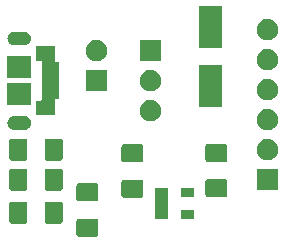
<source format=gbr>
G04 #@! TF.GenerationSoftware,KiCad,Pcbnew,5.1.6-c6e7f7d~86~ubuntu18.04.1*
G04 #@! TF.CreationDate,2020-05-25T21:41:21-07:00*
G04 #@! TF.ProjectId,usb_power,7573625f-706f-4776-9572-2e6b69636164,rev?*
G04 #@! TF.SameCoordinates,Original*
G04 #@! TF.FileFunction,Soldermask,Top*
G04 #@! TF.FilePolarity,Negative*
%FSLAX46Y46*%
G04 Gerber Fmt 4.6, Leading zero omitted, Abs format (unit mm)*
G04 Created by KiCad (PCBNEW 5.1.6-c6e7f7d~86~ubuntu18.04.1) date 2020-05-25 21:41:21*
%MOMM*%
%LPD*%
G01*
G04 APERTURE LIST*
%ADD10C,0.100000*%
G04 APERTURE END LIST*
D10*
G36*
X158509562Y-106936681D02*
G01*
X158544481Y-106947274D01*
X158576663Y-106964476D01*
X158604873Y-106987627D01*
X158628024Y-107015837D01*
X158645226Y-107048019D01*
X158655819Y-107082938D01*
X158660000Y-107125395D01*
X158660000Y-108266605D01*
X158655819Y-108309062D01*
X158645226Y-108343981D01*
X158628024Y-108376163D01*
X158604873Y-108404373D01*
X158576663Y-108427524D01*
X158544481Y-108444726D01*
X158509562Y-108455319D01*
X158467105Y-108459500D01*
X157000895Y-108459500D01*
X156958438Y-108455319D01*
X156923519Y-108444726D01*
X156891337Y-108427524D01*
X156863127Y-108404373D01*
X156839976Y-108376163D01*
X156822774Y-108343981D01*
X156812181Y-108309062D01*
X156808000Y-108266605D01*
X156808000Y-107125395D01*
X156812181Y-107082938D01*
X156822774Y-107048019D01*
X156839976Y-107015837D01*
X156863127Y-106987627D01*
X156891337Y-106964476D01*
X156923519Y-106947274D01*
X156958438Y-106936681D01*
X157000895Y-106932500D01*
X158467105Y-106932500D01*
X158509562Y-106936681D01*
G37*
G36*
X155480062Y-105504181D02*
G01*
X155514981Y-105514774D01*
X155547163Y-105531976D01*
X155575373Y-105555127D01*
X155598524Y-105583337D01*
X155615726Y-105615519D01*
X155626319Y-105650438D01*
X155630500Y-105692895D01*
X155630500Y-107159105D01*
X155626319Y-107201562D01*
X155615726Y-107236481D01*
X155598524Y-107268663D01*
X155575373Y-107296873D01*
X155547163Y-107320024D01*
X155514981Y-107337226D01*
X155480062Y-107347819D01*
X155437605Y-107352000D01*
X154296395Y-107352000D01*
X154253938Y-107347819D01*
X154219019Y-107337226D01*
X154186837Y-107320024D01*
X154158627Y-107296873D01*
X154135476Y-107268663D01*
X154118274Y-107236481D01*
X154107681Y-107201562D01*
X154103500Y-107159105D01*
X154103500Y-105692895D01*
X154107681Y-105650438D01*
X154118274Y-105615519D01*
X154135476Y-105583337D01*
X154158627Y-105555127D01*
X154186837Y-105531976D01*
X154219019Y-105514774D01*
X154253938Y-105504181D01*
X154296395Y-105500000D01*
X155437605Y-105500000D01*
X155480062Y-105504181D01*
G37*
G36*
X152505062Y-105504181D02*
G01*
X152539981Y-105514774D01*
X152572163Y-105531976D01*
X152600373Y-105555127D01*
X152623524Y-105583337D01*
X152640726Y-105615519D01*
X152651319Y-105650438D01*
X152655500Y-105692895D01*
X152655500Y-107159105D01*
X152651319Y-107201562D01*
X152640726Y-107236481D01*
X152623524Y-107268663D01*
X152600373Y-107296873D01*
X152572163Y-107320024D01*
X152539981Y-107337226D01*
X152505062Y-107347819D01*
X152462605Y-107352000D01*
X151321395Y-107352000D01*
X151278938Y-107347819D01*
X151244019Y-107337226D01*
X151211837Y-107320024D01*
X151183627Y-107296873D01*
X151160476Y-107268663D01*
X151143274Y-107236481D01*
X151132681Y-107201562D01*
X151128500Y-107159105D01*
X151128500Y-105692895D01*
X151132681Y-105650438D01*
X151143274Y-105615519D01*
X151160476Y-105583337D01*
X151183627Y-105555127D01*
X151211837Y-105531976D01*
X151244019Y-105514774D01*
X151278938Y-105504181D01*
X151321395Y-105500000D01*
X152462605Y-105500000D01*
X152505062Y-105504181D01*
G37*
G36*
X164581000Y-106990000D02*
G01*
X163419000Y-106990000D01*
X163419000Y-104338000D01*
X164581000Y-104338000D01*
X164581000Y-106990000D01*
G37*
G36*
X166781000Y-106990000D02*
G01*
X165619000Y-106990000D01*
X165619000Y-106238000D01*
X166781000Y-106238000D01*
X166781000Y-106990000D01*
G37*
G36*
X158509562Y-103961681D02*
G01*
X158544481Y-103972274D01*
X158576663Y-103989476D01*
X158604873Y-104012627D01*
X158628024Y-104040837D01*
X158645226Y-104073019D01*
X158655819Y-104107938D01*
X158660000Y-104150395D01*
X158660000Y-105291605D01*
X158655819Y-105334062D01*
X158645226Y-105368981D01*
X158628024Y-105401163D01*
X158604873Y-105429373D01*
X158576663Y-105452524D01*
X158544481Y-105469726D01*
X158509562Y-105480319D01*
X158467105Y-105484500D01*
X157000895Y-105484500D01*
X156958438Y-105480319D01*
X156923519Y-105469726D01*
X156891337Y-105452524D01*
X156863127Y-105429373D01*
X156839976Y-105401163D01*
X156822774Y-105368981D01*
X156812181Y-105334062D01*
X156808000Y-105291605D01*
X156808000Y-104150395D01*
X156812181Y-104107938D01*
X156822774Y-104073019D01*
X156839976Y-104040837D01*
X156863127Y-104012627D01*
X156891337Y-103989476D01*
X156923519Y-103972274D01*
X156958438Y-103961681D01*
X157000895Y-103957500D01*
X158467105Y-103957500D01*
X158509562Y-103961681D01*
G37*
G36*
X162319562Y-103634681D02*
G01*
X162354481Y-103645274D01*
X162386663Y-103662476D01*
X162414873Y-103685627D01*
X162438024Y-103713837D01*
X162455226Y-103746019D01*
X162465819Y-103780938D01*
X162470000Y-103823395D01*
X162470000Y-104964605D01*
X162465819Y-105007062D01*
X162455226Y-105041981D01*
X162438024Y-105074163D01*
X162414873Y-105102373D01*
X162386663Y-105125524D01*
X162354481Y-105142726D01*
X162319562Y-105153319D01*
X162277105Y-105157500D01*
X160810895Y-105157500D01*
X160768438Y-105153319D01*
X160733519Y-105142726D01*
X160701337Y-105125524D01*
X160673127Y-105102373D01*
X160649976Y-105074163D01*
X160632774Y-105041981D01*
X160622181Y-105007062D01*
X160618000Y-104964605D01*
X160618000Y-103823395D01*
X160622181Y-103780938D01*
X160632774Y-103746019D01*
X160649976Y-103713837D01*
X160673127Y-103685627D01*
X160701337Y-103662476D01*
X160733519Y-103645274D01*
X160768438Y-103634681D01*
X160810895Y-103630500D01*
X162277105Y-103630500D01*
X162319562Y-103634681D01*
G37*
G36*
X169431562Y-103598181D02*
G01*
X169466481Y-103608774D01*
X169498663Y-103625976D01*
X169526873Y-103649127D01*
X169550024Y-103677337D01*
X169567226Y-103709519D01*
X169577819Y-103744438D01*
X169582000Y-103786895D01*
X169582000Y-104928105D01*
X169577819Y-104970562D01*
X169567226Y-105005481D01*
X169550024Y-105037663D01*
X169526873Y-105065873D01*
X169498663Y-105089024D01*
X169466481Y-105106226D01*
X169431562Y-105116819D01*
X169389105Y-105121000D01*
X167922895Y-105121000D01*
X167880438Y-105116819D01*
X167845519Y-105106226D01*
X167813337Y-105089024D01*
X167785127Y-105065873D01*
X167761976Y-105037663D01*
X167744774Y-105005481D01*
X167734181Y-104970562D01*
X167730000Y-104928105D01*
X167730000Y-103786895D01*
X167734181Y-103744438D01*
X167744774Y-103709519D01*
X167761976Y-103677337D01*
X167785127Y-103649127D01*
X167813337Y-103625976D01*
X167845519Y-103608774D01*
X167880438Y-103598181D01*
X167922895Y-103594000D01*
X169389105Y-103594000D01*
X169431562Y-103598181D01*
G37*
G36*
X166781000Y-105090000D02*
G01*
X165619000Y-105090000D01*
X165619000Y-104338000D01*
X166781000Y-104338000D01*
X166781000Y-105090000D01*
G37*
G36*
X155480062Y-102710181D02*
G01*
X155514981Y-102720774D01*
X155547163Y-102737976D01*
X155575373Y-102761127D01*
X155598524Y-102789337D01*
X155615726Y-102821519D01*
X155626319Y-102856438D01*
X155630500Y-102898895D01*
X155630500Y-104365105D01*
X155626319Y-104407562D01*
X155615726Y-104442481D01*
X155598524Y-104474663D01*
X155575373Y-104502873D01*
X155547163Y-104526024D01*
X155514981Y-104543226D01*
X155480062Y-104553819D01*
X155437605Y-104558000D01*
X154296395Y-104558000D01*
X154253938Y-104553819D01*
X154219019Y-104543226D01*
X154186837Y-104526024D01*
X154158627Y-104502873D01*
X154135476Y-104474663D01*
X154118274Y-104442481D01*
X154107681Y-104407562D01*
X154103500Y-104365105D01*
X154103500Y-102898895D01*
X154107681Y-102856438D01*
X154118274Y-102821519D01*
X154135476Y-102789337D01*
X154158627Y-102761127D01*
X154186837Y-102737976D01*
X154219019Y-102720774D01*
X154253938Y-102710181D01*
X154296395Y-102706000D01*
X155437605Y-102706000D01*
X155480062Y-102710181D01*
G37*
G36*
X152505062Y-102710181D02*
G01*
X152539981Y-102720774D01*
X152572163Y-102737976D01*
X152600373Y-102761127D01*
X152623524Y-102789337D01*
X152640726Y-102821519D01*
X152651319Y-102856438D01*
X152655500Y-102898895D01*
X152655500Y-104365105D01*
X152651319Y-104407562D01*
X152640726Y-104442481D01*
X152623524Y-104474663D01*
X152600373Y-104502873D01*
X152572163Y-104526024D01*
X152539981Y-104543226D01*
X152505062Y-104553819D01*
X152462605Y-104558000D01*
X151321395Y-104558000D01*
X151278938Y-104553819D01*
X151244019Y-104543226D01*
X151211837Y-104526024D01*
X151183627Y-104502873D01*
X151160476Y-104474663D01*
X151143274Y-104442481D01*
X151132681Y-104407562D01*
X151128500Y-104365105D01*
X151128500Y-102898895D01*
X151132681Y-102856438D01*
X151143274Y-102821519D01*
X151160476Y-102789337D01*
X151183627Y-102761127D01*
X151211837Y-102737976D01*
X151244019Y-102720774D01*
X151278938Y-102710181D01*
X151321395Y-102706000D01*
X152462605Y-102706000D01*
X152505062Y-102710181D01*
G37*
G36*
X173875000Y-104533000D02*
G01*
X172073000Y-104533000D01*
X172073000Y-102731000D01*
X173875000Y-102731000D01*
X173875000Y-104533000D01*
G37*
G36*
X162319562Y-100659681D02*
G01*
X162354481Y-100670274D01*
X162386663Y-100687476D01*
X162414873Y-100710627D01*
X162438024Y-100738837D01*
X162455226Y-100771019D01*
X162465819Y-100805938D01*
X162470000Y-100848395D01*
X162470000Y-101989605D01*
X162465819Y-102032062D01*
X162455226Y-102066981D01*
X162438024Y-102099163D01*
X162414873Y-102127373D01*
X162386663Y-102150524D01*
X162354481Y-102167726D01*
X162319562Y-102178319D01*
X162277105Y-102182500D01*
X160810895Y-102182500D01*
X160768438Y-102178319D01*
X160733519Y-102167726D01*
X160701337Y-102150524D01*
X160673127Y-102127373D01*
X160649976Y-102099163D01*
X160632774Y-102066981D01*
X160622181Y-102032062D01*
X160618000Y-101989605D01*
X160618000Y-100848395D01*
X160622181Y-100805938D01*
X160632774Y-100771019D01*
X160649976Y-100738837D01*
X160673127Y-100710627D01*
X160701337Y-100687476D01*
X160733519Y-100670274D01*
X160768438Y-100659681D01*
X160810895Y-100655500D01*
X162277105Y-100655500D01*
X162319562Y-100659681D01*
G37*
G36*
X169431562Y-100623181D02*
G01*
X169466481Y-100633774D01*
X169498663Y-100650976D01*
X169526873Y-100674127D01*
X169550024Y-100702337D01*
X169567226Y-100734519D01*
X169577819Y-100769438D01*
X169582000Y-100811895D01*
X169582000Y-101953105D01*
X169577819Y-101995562D01*
X169567226Y-102030481D01*
X169550024Y-102062663D01*
X169526873Y-102090873D01*
X169498663Y-102114024D01*
X169466481Y-102131226D01*
X169431562Y-102141819D01*
X169389105Y-102146000D01*
X167922895Y-102146000D01*
X167880438Y-102141819D01*
X167845519Y-102131226D01*
X167813337Y-102114024D01*
X167785127Y-102090873D01*
X167761976Y-102062663D01*
X167744774Y-102030481D01*
X167734181Y-101995562D01*
X167730000Y-101953105D01*
X167730000Y-100811895D01*
X167734181Y-100769438D01*
X167744774Y-100734519D01*
X167761976Y-100702337D01*
X167785127Y-100674127D01*
X167813337Y-100650976D01*
X167845519Y-100633774D01*
X167880438Y-100623181D01*
X167922895Y-100619000D01*
X169389105Y-100619000D01*
X169431562Y-100623181D01*
G37*
G36*
X152505062Y-100170181D02*
G01*
X152539981Y-100180774D01*
X152572163Y-100197976D01*
X152600373Y-100221127D01*
X152623524Y-100249337D01*
X152640726Y-100281519D01*
X152651319Y-100316438D01*
X152655500Y-100358895D01*
X152655500Y-101825105D01*
X152651319Y-101867562D01*
X152640726Y-101902481D01*
X152623524Y-101934663D01*
X152600373Y-101962873D01*
X152572163Y-101986024D01*
X152539981Y-102003226D01*
X152505062Y-102013819D01*
X152462605Y-102018000D01*
X151321395Y-102018000D01*
X151278938Y-102013819D01*
X151244019Y-102003226D01*
X151211837Y-101986024D01*
X151183627Y-101962873D01*
X151160476Y-101934663D01*
X151143274Y-101902481D01*
X151132681Y-101867562D01*
X151128500Y-101825105D01*
X151128500Y-100358895D01*
X151132681Y-100316438D01*
X151143274Y-100281519D01*
X151160476Y-100249337D01*
X151183627Y-100221127D01*
X151211837Y-100197976D01*
X151244019Y-100180774D01*
X151278938Y-100170181D01*
X151321395Y-100166000D01*
X152462605Y-100166000D01*
X152505062Y-100170181D01*
G37*
G36*
X155480062Y-100170181D02*
G01*
X155514981Y-100180774D01*
X155547163Y-100197976D01*
X155575373Y-100221127D01*
X155598524Y-100249337D01*
X155615726Y-100281519D01*
X155626319Y-100316438D01*
X155630500Y-100358895D01*
X155630500Y-101825105D01*
X155626319Y-101867562D01*
X155615726Y-101902481D01*
X155598524Y-101934663D01*
X155575373Y-101962873D01*
X155547163Y-101986024D01*
X155514981Y-102003226D01*
X155480062Y-102013819D01*
X155437605Y-102018000D01*
X154296395Y-102018000D01*
X154253938Y-102013819D01*
X154219019Y-102003226D01*
X154186837Y-101986024D01*
X154158627Y-101962873D01*
X154135476Y-101934663D01*
X154118274Y-101902481D01*
X154107681Y-101867562D01*
X154103500Y-101825105D01*
X154103500Y-100358895D01*
X154107681Y-100316438D01*
X154118274Y-100281519D01*
X154135476Y-100249337D01*
X154158627Y-100221127D01*
X154186837Y-100197976D01*
X154219019Y-100180774D01*
X154253938Y-100170181D01*
X154296395Y-100166000D01*
X155437605Y-100166000D01*
X155480062Y-100170181D01*
G37*
G36*
X173087512Y-100195927D02*
G01*
X173236812Y-100225624D01*
X173400784Y-100293544D01*
X173548354Y-100392147D01*
X173673853Y-100517646D01*
X173772456Y-100665216D01*
X173840376Y-100829188D01*
X173875000Y-101003259D01*
X173875000Y-101180741D01*
X173840376Y-101354812D01*
X173772456Y-101518784D01*
X173673853Y-101666354D01*
X173548354Y-101791853D01*
X173400784Y-101890456D01*
X173236812Y-101958376D01*
X173087512Y-101988073D01*
X173062742Y-101993000D01*
X172885258Y-101993000D01*
X172860488Y-101988073D01*
X172711188Y-101958376D01*
X172547216Y-101890456D01*
X172399646Y-101791853D01*
X172274147Y-101666354D01*
X172175544Y-101518784D01*
X172107624Y-101354812D01*
X172073000Y-101180741D01*
X172073000Y-101003259D01*
X172107624Y-100829188D01*
X172175544Y-100665216D01*
X172274147Y-100517646D01*
X172399646Y-100392147D01*
X172547216Y-100293544D01*
X172711188Y-100225624D01*
X172860488Y-100195927D01*
X172885258Y-100191000D01*
X173062742Y-100191000D01*
X173087512Y-100195927D01*
G37*
G36*
X173087512Y-97655927D02*
G01*
X173236812Y-97685624D01*
X173400784Y-97753544D01*
X173548354Y-97852147D01*
X173673853Y-97977646D01*
X173772456Y-98125216D01*
X173840376Y-98289188D01*
X173875000Y-98463259D01*
X173875000Y-98640741D01*
X173840376Y-98814812D01*
X173772456Y-98978784D01*
X173673853Y-99126354D01*
X173548354Y-99251853D01*
X173400784Y-99350456D01*
X173236812Y-99418376D01*
X173087512Y-99448073D01*
X173062742Y-99453000D01*
X172885258Y-99453000D01*
X172860488Y-99448073D01*
X172711188Y-99418376D01*
X172547216Y-99350456D01*
X172399646Y-99251853D01*
X172274147Y-99126354D01*
X172175544Y-98978784D01*
X172107624Y-98814812D01*
X172073000Y-98640741D01*
X172073000Y-98463259D01*
X172107624Y-98289188D01*
X172175544Y-98125216D01*
X172274147Y-97977646D01*
X172399646Y-97852147D01*
X172547216Y-97753544D01*
X172711188Y-97685624D01*
X172860488Y-97655927D01*
X172885258Y-97651000D01*
X173062742Y-97651000D01*
X173087512Y-97655927D01*
G37*
G36*
X152499916Y-98257334D02*
G01*
X152604925Y-98289189D01*
X152608495Y-98290272D01*
X152644601Y-98309571D01*
X152708557Y-98343756D01*
X152796264Y-98415736D01*
X152868244Y-98503443D01*
X152902429Y-98567399D01*
X152921728Y-98603505D01*
X152921729Y-98603508D01*
X152954666Y-98712084D01*
X152965787Y-98825000D01*
X152954666Y-98937916D01*
X152921729Y-99046492D01*
X152921728Y-99046495D01*
X152902429Y-99082601D01*
X152868244Y-99146557D01*
X152796264Y-99234264D01*
X152708557Y-99306244D01*
X152644601Y-99340429D01*
X152608495Y-99359728D01*
X152608492Y-99359729D01*
X152499916Y-99392666D01*
X152415298Y-99401000D01*
X151508702Y-99401000D01*
X151424084Y-99392666D01*
X151315508Y-99359729D01*
X151315505Y-99359728D01*
X151279399Y-99340429D01*
X151215443Y-99306244D01*
X151127736Y-99234264D01*
X151055756Y-99146557D01*
X151021571Y-99082601D01*
X151002272Y-99046495D01*
X151002271Y-99046492D01*
X150969334Y-98937916D01*
X150958213Y-98825000D01*
X150969334Y-98712084D01*
X151002271Y-98603508D01*
X151002272Y-98603505D01*
X151021571Y-98567399D01*
X151055756Y-98503443D01*
X151127736Y-98415736D01*
X151215443Y-98343756D01*
X151279399Y-98309571D01*
X151315505Y-98290272D01*
X151319075Y-98289189D01*
X151424084Y-98257334D01*
X151508702Y-98249000D01*
X152415298Y-98249000D01*
X152499916Y-98257334D01*
G37*
G36*
X163181512Y-96893927D02*
G01*
X163330812Y-96923624D01*
X163494784Y-96991544D01*
X163642354Y-97090147D01*
X163767853Y-97215646D01*
X163866456Y-97363216D01*
X163934376Y-97527188D01*
X163969000Y-97701259D01*
X163969000Y-97878741D01*
X163934376Y-98052812D01*
X163866456Y-98216784D01*
X163767853Y-98364354D01*
X163642354Y-98489853D01*
X163494784Y-98588456D01*
X163330812Y-98656376D01*
X163181512Y-98686073D01*
X163156742Y-98691000D01*
X162979258Y-98691000D01*
X162954488Y-98686073D01*
X162805188Y-98656376D01*
X162641216Y-98588456D01*
X162493646Y-98489853D01*
X162368147Y-98364354D01*
X162269544Y-98216784D01*
X162201624Y-98052812D01*
X162167000Y-97878741D01*
X162167000Y-97701259D01*
X162201624Y-97527188D01*
X162269544Y-97363216D01*
X162368147Y-97215646D01*
X162493646Y-97090147D01*
X162641216Y-96991544D01*
X162805188Y-96923624D01*
X162954488Y-96893927D01*
X162979258Y-96889000D01*
X163156742Y-96889000D01*
X163181512Y-96893927D01*
G37*
G36*
X154968000Y-93574001D02*
G01*
X154970402Y-93598387D01*
X154977515Y-93621836D01*
X154989066Y-93643447D01*
X155004611Y-93662389D01*
X155023553Y-93677934D01*
X155045164Y-93689485D01*
X155068613Y-93696598D01*
X155092999Y-93699000D01*
X155363000Y-93699000D01*
X155363000Y-96801000D01*
X155092999Y-96801000D01*
X155068613Y-96803402D01*
X155045164Y-96810515D01*
X155023553Y-96822066D01*
X155004611Y-96837611D01*
X154989066Y-96856553D01*
X154977515Y-96878164D01*
X154970402Y-96901613D01*
X154968000Y-96925999D01*
X154968000Y-98196000D01*
X153416000Y-98196000D01*
X153416000Y-96944000D01*
X153736001Y-96944000D01*
X153760387Y-96941598D01*
X153783836Y-96934485D01*
X153805447Y-96922934D01*
X153824389Y-96907389D01*
X153839934Y-96888447D01*
X153851485Y-96866836D01*
X153858598Y-96843387D01*
X153861000Y-96819001D01*
X153861000Y-93680999D01*
X153858598Y-93656613D01*
X153851485Y-93633164D01*
X153839934Y-93611553D01*
X153824389Y-93592611D01*
X153805447Y-93577066D01*
X153783836Y-93565515D01*
X153760387Y-93558402D01*
X153736001Y-93556000D01*
X153416000Y-93556000D01*
X153416000Y-92304000D01*
X154968000Y-92304000D01*
X154968000Y-93574001D01*
G37*
G36*
X169099000Y-97519000D02*
G01*
X167197000Y-97519000D01*
X167197000Y-93917000D01*
X169099000Y-93917000D01*
X169099000Y-97519000D01*
G37*
G36*
X152963000Y-97301000D02*
G01*
X150961000Y-97301000D01*
X150961000Y-95449000D01*
X152963000Y-95449000D01*
X152963000Y-97301000D01*
G37*
G36*
X173087512Y-95115927D02*
G01*
X173236812Y-95145624D01*
X173400784Y-95213544D01*
X173548354Y-95312147D01*
X173673853Y-95437646D01*
X173772456Y-95585216D01*
X173840376Y-95749188D01*
X173875000Y-95923259D01*
X173875000Y-96100741D01*
X173840376Y-96274812D01*
X173772456Y-96438784D01*
X173673853Y-96586354D01*
X173548354Y-96711853D01*
X173400784Y-96810456D01*
X173236812Y-96878376D01*
X173090950Y-96907389D01*
X173062742Y-96913000D01*
X172885258Y-96913000D01*
X172857050Y-96907389D01*
X172711188Y-96878376D01*
X172547216Y-96810456D01*
X172399646Y-96711853D01*
X172274147Y-96586354D01*
X172175544Y-96438784D01*
X172107624Y-96274812D01*
X172073000Y-96100741D01*
X172073000Y-95923259D01*
X172107624Y-95749188D01*
X172175544Y-95585216D01*
X172274147Y-95437646D01*
X172399646Y-95312147D01*
X172547216Y-95213544D01*
X172711188Y-95145624D01*
X172860488Y-95115927D01*
X172885258Y-95111000D01*
X173062742Y-95111000D01*
X173087512Y-95115927D01*
G37*
G36*
X163181512Y-94353927D02*
G01*
X163330812Y-94383624D01*
X163494784Y-94451544D01*
X163642354Y-94550147D01*
X163767853Y-94675646D01*
X163866456Y-94823216D01*
X163934376Y-94987188D01*
X163969000Y-95161259D01*
X163969000Y-95338741D01*
X163934376Y-95512812D01*
X163866456Y-95676784D01*
X163767853Y-95824354D01*
X163642354Y-95949853D01*
X163494784Y-96048456D01*
X163330812Y-96116376D01*
X163181512Y-96146073D01*
X163156742Y-96151000D01*
X162979258Y-96151000D01*
X162954488Y-96146073D01*
X162805188Y-96116376D01*
X162641216Y-96048456D01*
X162493646Y-95949853D01*
X162368147Y-95824354D01*
X162269544Y-95676784D01*
X162201624Y-95512812D01*
X162167000Y-95338741D01*
X162167000Y-95161259D01*
X162201624Y-94987188D01*
X162269544Y-94823216D01*
X162368147Y-94675646D01*
X162493646Y-94550147D01*
X162641216Y-94451544D01*
X162805188Y-94383624D01*
X162954488Y-94353927D01*
X162979258Y-94349000D01*
X163156742Y-94349000D01*
X163181512Y-94353927D01*
G37*
G36*
X159397000Y-96151000D02*
G01*
X157595000Y-96151000D01*
X157595000Y-94349000D01*
X159397000Y-94349000D01*
X159397000Y-96151000D01*
G37*
G36*
X152963000Y-95051000D02*
G01*
X150961000Y-95051000D01*
X150961000Y-93199000D01*
X152963000Y-93199000D01*
X152963000Y-95051000D01*
G37*
G36*
X173087512Y-92575927D02*
G01*
X173236812Y-92605624D01*
X173400784Y-92673544D01*
X173548354Y-92772147D01*
X173673853Y-92897646D01*
X173772456Y-93045216D01*
X173840376Y-93209188D01*
X173870073Y-93358488D01*
X173875000Y-93383258D01*
X173875000Y-93560742D01*
X173871890Y-93576375D01*
X173840376Y-93734812D01*
X173772456Y-93898784D01*
X173673853Y-94046354D01*
X173548354Y-94171853D01*
X173400784Y-94270456D01*
X173236812Y-94338376D01*
X173087512Y-94368073D01*
X173062742Y-94373000D01*
X172885258Y-94373000D01*
X172860488Y-94368073D01*
X172711188Y-94338376D01*
X172547216Y-94270456D01*
X172399646Y-94171853D01*
X172274147Y-94046354D01*
X172175544Y-93898784D01*
X172107624Y-93734812D01*
X172076110Y-93576375D01*
X172073000Y-93560742D01*
X172073000Y-93383258D01*
X172077927Y-93358488D01*
X172107624Y-93209188D01*
X172175544Y-93045216D01*
X172274147Y-92897646D01*
X172399646Y-92772147D01*
X172547216Y-92673544D01*
X172711188Y-92605624D01*
X172860488Y-92575927D01*
X172885258Y-92571000D01*
X173062742Y-92571000D01*
X173087512Y-92575927D01*
G37*
G36*
X158609512Y-91813927D02*
G01*
X158758812Y-91843624D01*
X158922784Y-91911544D01*
X159070354Y-92010147D01*
X159195853Y-92135646D01*
X159294456Y-92283216D01*
X159362376Y-92447188D01*
X159397000Y-92621259D01*
X159397000Y-92798741D01*
X159362376Y-92972812D01*
X159294456Y-93136784D01*
X159195853Y-93284354D01*
X159070354Y-93409853D01*
X158922784Y-93508456D01*
X158758812Y-93576376D01*
X158609512Y-93606073D01*
X158584742Y-93611000D01*
X158407258Y-93611000D01*
X158382488Y-93606073D01*
X158233188Y-93576376D01*
X158069216Y-93508456D01*
X157921646Y-93409853D01*
X157796147Y-93284354D01*
X157697544Y-93136784D01*
X157629624Y-92972812D01*
X157595000Y-92798741D01*
X157595000Y-92621259D01*
X157629624Y-92447188D01*
X157697544Y-92283216D01*
X157796147Y-92135646D01*
X157921646Y-92010147D01*
X158069216Y-91911544D01*
X158233188Y-91843624D01*
X158382488Y-91813927D01*
X158407258Y-91809000D01*
X158584742Y-91809000D01*
X158609512Y-91813927D01*
G37*
G36*
X163969000Y-93611000D02*
G01*
X162167000Y-93611000D01*
X162167000Y-91809000D01*
X163969000Y-91809000D01*
X163969000Y-93611000D01*
G37*
G36*
X169099000Y-92519000D02*
G01*
X167197000Y-92519000D01*
X167197000Y-88917000D01*
X169099000Y-88917000D01*
X169099000Y-92519000D01*
G37*
G36*
X152499916Y-91107334D02*
G01*
X152608492Y-91140271D01*
X152608495Y-91140272D01*
X152644601Y-91159571D01*
X152708557Y-91193756D01*
X152796264Y-91265736D01*
X152868244Y-91353443D01*
X152902429Y-91417399D01*
X152921728Y-91453505D01*
X152921729Y-91453508D01*
X152954666Y-91562084D01*
X152965787Y-91675000D01*
X152954666Y-91787916D01*
X152937766Y-91843625D01*
X152921728Y-91896495D01*
X152913684Y-91911544D01*
X152868244Y-91996557D01*
X152796264Y-92084264D01*
X152708557Y-92156244D01*
X152644601Y-92190429D01*
X152608495Y-92209728D01*
X152608492Y-92209729D01*
X152499916Y-92242666D01*
X152415298Y-92251000D01*
X151508702Y-92251000D01*
X151424084Y-92242666D01*
X151315508Y-92209729D01*
X151315505Y-92209728D01*
X151279399Y-92190429D01*
X151215443Y-92156244D01*
X151127736Y-92084264D01*
X151055756Y-91996557D01*
X151010316Y-91911544D01*
X151002272Y-91896495D01*
X150986234Y-91843625D01*
X150969334Y-91787916D01*
X150958213Y-91675000D01*
X150969334Y-91562084D01*
X151002271Y-91453508D01*
X151002272Y-91453505D01*
X151021571Y-91417399D01*
X151055756Y-91353443D01*
X151127736Y-91265736D01*
X151215443Y-91193756D01*
X151279399Y-91159571D01*
X151315505Y-91140272D01*
X151315508Y-91140271D01*
X151424084Y-91107334D01*
X151508702Y-91099000D01*
X152415298Y-91099000D01*
X152499916Y-91107334D01*
G37*
G36*
X173087512Y-90035927D02*
G01*
X173236812Y-90065624D01*
X173400784Y-90133544D01*
X173548354Y-90232147D01*
X173673853Y-90357646D01*
X173772456Y-90505216D01*
X173840376Y-90669188D01*
X173875000Y-90843259D01*
X173875000Y-91020741D01*
X173840376Y-91194812D01*
X173772456Y-91358784D01*
X173673853Y-91506354D01*
X173548354Y-91631853D01*
X173400784Y-91730456D01*
X173236812Y-91798376D01*
X173087512Y-91828073D01*
X173062742Y-91833000D01*
X172885258Y-91833000D01*
X172860488Y-91828073D01*
X172711188Y-91798376D01*
X172547216Y-91730456D01*
X172399646Y-91631853D01*
X172274147Y-91506354D01*
X172175544Y-91358784D01*
X172107624Y-91194812D01*
X172073000Y-91020741D01*
X172073000Y-90843259D01*
X172107624Y-90669188D01*
X172175544Y-90505216D01*
X172274147Y-90357646D01*
X172399646Y-90232147D01*
X172547216Y-90133544D01*
X172711188Y-90065624D01*
X172860488Y-90035927D01*
X172885258Y-90031000D01*
X173062742Y-90031000D01*
X173087512Y-90035927D01*
G37*
M02*

</source>
